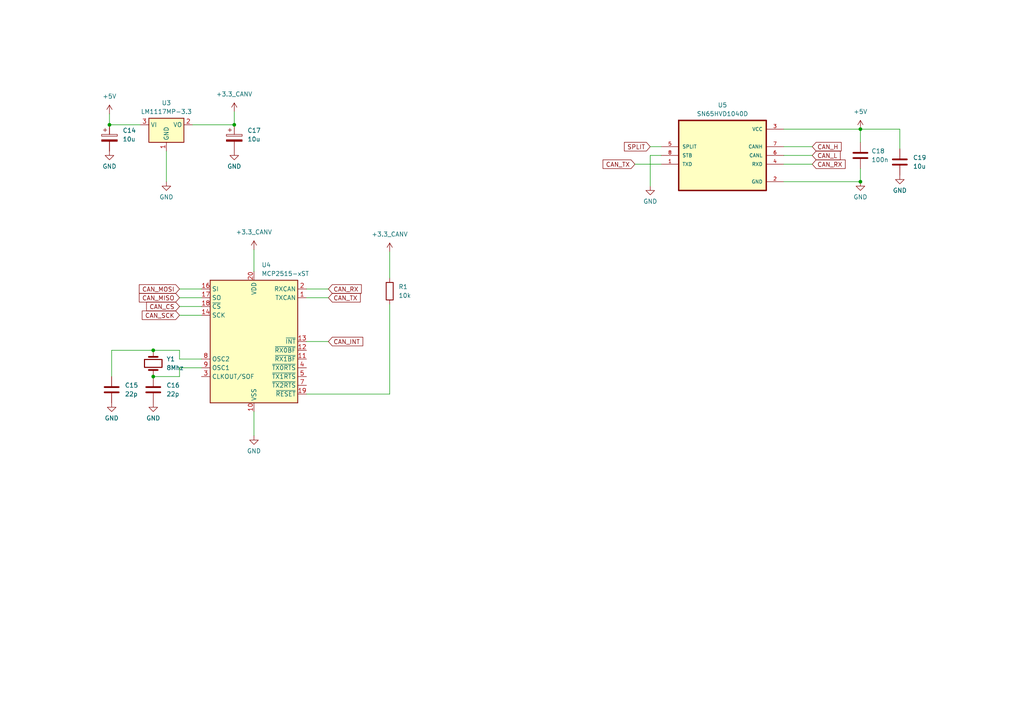
<source format=kicad_sch>
(kicad_sch (version 20231120) (generator "eeschema") (generator_version "8.0")
  (paper "A4")
  (lib_symbols
    (symbol "Device:C" (pin_numbers hide) (pin_names (offset 0.254))
      (property "Reference" "C" (at 0.635 2.54 0))
      (property "Value" "C" (at 0.635 -2.54 0))
      (symbol "C_0_1"
        (polyline (pts (xy -2.032 -0.762) (xy 2.032 -0.762)) (stroke (width 0.508)))
        (polyline (pts (xy -2.032 0.762) (xy 2.032 0.762)) (stroke (width 0.508)))
      )
      (symbol "C_1_1"
        (pin passive line (at 0 3.81 270) (length 2.794) (name "~") (number "1"))
        (pin passive line (at 0 -3.81 90) (length 2.794) (name "~") (number "2"))
      )
    )
    (symbol "Device:C_Polarized" (pin_numbers hide) (pin_names (offset 0.254))
      (property "Reference" "C" (at 0.635 2.54 0))
      (property "Value" "C_Polarized" (at 0.635 -2.54 0))
      (symbol "C_Polarized_0_1"
        (rectangle (start -2.286 0.508) (end 2.286 1.016))
        (polyline (pts (xy -1.778 2.286) (xy -0.762 2.286)))
        (polyline (pts (xy -1.27 2.794) (xy -1.27 1.778)))
        (rectangle (start 2.286 -0.508) (end -2.286 -1.016) (fill (type outline)))
      )
      (symbol "C_Polarized_1_1"
        (pin passive line (at 0 3.81 270) (length 2.794) (name "~") (number "1"))
        (pin passive line (at 0 -3.81 90) (length 2.794) (name "~") (number "2"))
      )
    )
    (symbol "Device:Crystal" (pin_numbers hide) (pin_names (offset 1.016) hide)
      (property "Reference" "Y" (at 0 3.81 0))
      (property "Value" "Crystal" (at 0 -3.81 0))
      (symbol "Crystal_0_1"
        (rectangle (start -1.143 2.54) (end 1.143 -2.54) (stroke (width 0.3048)))
        (polyline (pts (xy -2.54 0) (xy -1.905 0)))
        (polyline (pts (xy -1.905 -1.27) (xy -1.905 1.27)) (stroke (width 0.508)))
        (polyline (pts (xy 1.905 -1.27) (xy 1.905 1.27)) (stroke (width 0.508)))
        (polyline (pts (xy 2.54 0) (xy 1.905 0)))
      )
      (symbol "Crystal_1_1"
        (pin passive line (at -3.81 0 0) (length 1.27) (name "1") (number "1"))
        (pin passive line (at 3.81 0 180) (length 1.27) (name "2") (number "2"))
      )
    )
    (symbol "Device:R" (pin_numbers hide) (pin_names (offset 0))
      (property "Reference" "R" (at 2.032 0 90))
      (property "Value" "R" (at 0 0 90))
      (symbol "R_0_1"
        (rectangle (start -1.016 -2.54) (end 1.016 2.54) (stroke (width 0.254)))
      )
      (symbol "R_1_1"
        (pin passive line (at 0 3.81 270) (length 1.27) (name "~") (number "1"))
        (pin passive line (at 0 -3.81 90) (length 1.27) (name "~") (number "2"))
      )
    )
    (symbol "Interface_CAN_LIN:MCP2515-xST"
      (property "Reference" "U" (at -10.16 19.685 0))
      (property "Value" "MCP2515-xST" (at 19.05 20.32 0))
      (symbol "MCP2515-xST_0_1"
        (rectangle (start -12.7 17.78) (end 12.7 -17.78) (stroke (width 0.254)) (fill (type background)))
      )
      (symbol "MCP2515-xST_1_1"
        (pin output line (at 15.24 12.7 180) (length 2.54) (name "TXCAN") (number "1"))
        (pin power_in line (at 0 -20.32 90) (length 2.54) (name "VSS") (number "10"))
        (pin output line (at 15.24 -5.08 180) (length 2.54) (name "~{RX1BF}") (number "11"))
        (pin output line (at 15.24 -2.54 180) (length 2.54) (name "~{RX0BF}") (number "12"))
        (pin output line (at 15.24 0 180) (length 2.54) (name "~{INT}") (number "13"))
        (pin input line (at -15.24 7.62 0) (length 2.54) (name "SCK") (number "14"))
        (pin no_connect line (at -12.7 -2.54 0) (length 2.54) hide (name "NC") (number "15"))
        (pin input line (at -15.24 15.24 0) (length 2.54) (name "SI") (number "16"))
        (pin output line (at -15.24 12.7 0) (length 2.54) (name "SO") (number "17"))
        (pin input line (at -15.24 10.16 0) (length 2.54) (name "~{CS}") (number "18"))
        (pin input line (at 15.24 -15.24 180) (length 2.54) (name "~{RESET}") (number "19"))
        (pin input line (at 15.24 15.24 180) (length 2.54) (name "RXCAN") (number "2"))
        (pin power_in line (at 0 20.32 270) (length 2.54) (name "VDD") (number "20"))
        (pin output line (at -15.24 -10.16 0) (length 2.54) (name "CLKOUT/SOF") (number "3"))
        (pin input line (at 15.24 -7.62 180) (length 2.54) (name "~{TX0RTS}") (number "4"))
        (pin input line (at 15.24 -10.16 180) (length 2.54) (name "~{TX1RTS}") (number "5"))
        (pin no_connect line (at -12.7 0 0) (length 2.54) hide (name "NC") (number "6"))
        (pin input line (at 15.24 -12.7 180) (length 2.54) (name "~{TX2RTS}") (number "7"))
        (pin output line (at -15.24 -5.08 0) (length 2.54) (name "OSC2") (number "8"))
        (pin input line (at -15.24 -7.62 0) (length 2.54) (name "OSC1") (number "9"))
      )
    )
    (symbol "Regulator_Linear:LM1117MP-3.3"
      (property "Reference" "U" (at -3.81 3.175 0))
      (property "Value" "LM1117MP-3.3" (at 0 3.175 0))
      (symbol "LM1117MP-3.3_0_1"
        (rectangle (start -5.08 -5.08) (end 5.08 1.905) (stroke (width 0.254)) (fill (type background)))
      )
      (symbol "LM1117MP-3.3_1_1"
        (pin power_in line (at 0 -7.62 90) (length 2.54) (name "GND") (number "1"))
        (pin power_out line (at 7.62 0 180) (length 2.54) (name "VO") (number "2"))
        (pin power_in line (at -7.62 0 0) (length 2.54) (name "VI") (number "3"))
      )
    )
    (symbol "SN65HVD1040D:SN65HVD1040D" (pin_names (offset 1.016))
      (property "Reference" "U" (at -12.7 11.16 0))
      (property "Value" "SN65HVD1040D" (at -12.7 -14.16 0))
      (symbol "SN65HVD1040D_0_0"
        (rectangle (start -12.7 -10.16) (end 12.7 10.16) (stroke (width 0.41)) (fill (type background)))
        (pin input line (at -17.78 -2.54 0) (length 5.08) (name "TXD") (number "1"))
        (pin power_in line (at 17.78 -7.62 180) (length 5.08) (name "GND") (number "2"))
        (pin power_in line (at 17.78 7.62 180) (length 5.08) (name "VCC") (number "3"))
        (pin output line (at 17.78 -2.54 180) (length 5.08) (name "RXD") (number "4"))
        (pin input line (at -17.78 2.54 0) (length 5.08) (name "SPLIT") (number "5"))
        (pin output line (at 17.78 0 180) (length 5.08) (name "CANL") (number "6"))
        (pin output line (at 17.78 2.54 180) (length 5.08) (name "CANH") (number "7"))
        (pin input line (at -17.78 0 0) (length 5.08) (name "STB") (number "8"))
      )
    )
    (symbol "power:+3.3V" (power) (pin_names (offset 0))
      (property "Value" "+3.3V" (at 0 3.556 0))
      (symbol "+3.3V_0_1"
        (polyline (pts (xy -0.762 1.27) (xy 0 2.54)))
        (polyline (pts (xy 0 0) (xy 0 2.54)))
        (polyline (pts (xy 0 2.54) (xy 0.762 1.27)))
      )
      (symbol "+3.3V_1_1"
        (pin power_in line (at 0 0 90) (length 0) hide (name "+3.3V") (number "1"))
      )
    )
    (symbol "power:GND" (power) (pin_names (offset 0))
      (property "Value" "GND" (at 0 -3.81 0))
      (symbol "GND_0_1"
        (polyline (pts (xy 0 0) (xy 0 -1.27) (xy 1.27 -1.27) (xy 0 -2.54) (xy -1.27 -1.27) (xy 0 -1.27)))
      )
      (symbol "GND_1_1"
        (pin power_in line (at 0 0 270) (length 0) hide (name "GND") (number "1"))
      )
    )
  )
  (junction (at 44.45 109.22))
  (junction (at 249.555 52.705))
  (junction (at 67.945 36.195))
  (junction (at 31.75 36.195))
  (junction (at 44.45 101.6))
  (junction (at 249.555 37.465))
  (wire (pts (xy 260.985 43.18) (xy 260.985 37.465)))
  (wire (pts (xy 52.07 91.44) (xy 58.42 91.44)))
  (wire (pts (xy 113.03 73.025) (xy 113.03 80.645)))
  (wire (pts (xy 44.45 109.22) (xy 52.07 109.22)))
  (wire (pts (xy 188.595 45.085) (xy 188.595 53.975)))
  (wire (pts (xy 227.33 52.705) (xy 249.555 52.705)))
  (wire (pts (xy 188.595 42.545) (xy 191.77 42.545)))
  (wire (pts (xy 52.07 88.9) (xy 58.42 88.9)))
  (wire (pts (xy 227.33 37.465) (xy 249.555 37.465)))
  (wire (pts (xy 73.66 119.38) (xy 73.66 126.365)))
  (wire (pts (xy 44.45 101.6) (xy 52.07 101.6)))
  (wire (pts (xy 52.07 86.36) (xy 58.42 86.36)))
  (wire (pts (xy 88.9 114.3) (xy 113.03 114.3)))
  (wire (pts (xy 260.985 37.465) (xy 249.555 37.465)))
  (wire (pts (xy 31.75 33.02) (xy 31.75 36.195)))
  (wire (pts (xy 227.33 45.085) (xy 235.585 45.085)))
  (wire (pts (xy 52.07 104.14) (xy 52.07 101.6)))
  (wire (pts (xy 184.15 47.625) (xy 191.77 47.625)))
  (wire (pts (xy 227.33 42.545) (xy 235.585 42.545)))
  (wire (pts (xy 88.9 99.06) (xy 95.25 99.06)))
  (wire (pts (xy 52.07 106.68) (xy 58.42 106.68)))
  (wire (pts (xy 55.88 36.195) (xy 67.945 36.195)))
  (wire (pts (xy 249.555 37.465) (xy 249.555 41.275)))
  (wire (pts (xy 52.07 109.22) (xy 52.07 106.68)))
  (wire (pts (xy 32.385 109.22) (xy 32.385 101.6)))
  (wire (pts (xy 73.66 72.39) (xy 73.66 78.74)))
  (wire (pts (xy 191.77 45.085) (xy 188.595 45.085)))
  (wire (pts (xy 249.555 52.705) (xy 249.555 48.895)))
  (wire (pts (xy 113.03 114.3) (xy 113.03 88.265)))
  (wire (pts (xy 48.26 43.815) (xy 48.26 52.705)))
  (wire (pts (xy 58.42 104.14) (xy 52.07 104.14)))
  (wire (pts (xy 88.9 86.36) (xy 95.25 86.36)))
  (wire (pts (xy 32.385 101.6) (xy 44.45 101.6)))
  (wire (pts (xy 31.75 36.195) (xy 40.64 36.195)))
  (wire (pts (xy 227.33 47.625) (xy 235.585 47.625)))
  (wire (pts (xy 52.07 83.82) (xy 58.42 83.82)))
  (wire (pts (xy 88.9 83.82) (xy 95.25 83.82)))
  (wire (pts (xy 67.945 36.195) (xy 67.945 32.385)))
  (global_label "CAN_INT" (shape input) (at 95.25 99.06 0) (property "Intersheetrefs" "${INTERSHEET_REFS}" (effects (hide yes))))
  (global_label "CAN_RX" (shape input) (at 95.25 83.82 0) (property "Intersheetrefs" "${INTERSHEET_REFS}" (effects (hide yes))))
  (global_label "CAN_TX" (shape input) (at 184.15 47.625 180) (property "Intersheetrefs" "${INTERSHEET_REFS}" (effects (hide yes))))
  (global_label "CAN_CS" (shape input) (at 52.07 88.9 180) (property "Intersheetrefs" "${INTERSHEET_REFS}" (effects (hide yes))))
  (global_label "CAN_SCK" (shape input) (at 52.07 91.44 180) (property "Intersheetrefs" "${INTERSHEET_REFS}" (effects (hide yes))))
  (global_label "CAN_RX" (shape input) (at 235.585 47.625 0) (property "Intersheetrefs" "${INTERSHEET_REFS}" (effects (hide yes))))
  (global_label "CAN_L" (shape input) (at 235.585 45.085 0) (property "Intersheetrefs" "${INTERSHEET_REFS}" (effects (hide yes))))
  (global_label "CAN_H" (shape input) (at 235.585 42.545 0) (property "Intersheetrefs" "${INTERSHEET_REFS}" (effects (hide yes))))
  (global_label "CAN_MOSI" (shape input) (at 52.07 83.82 180) (property "Intersheetrefs" "${INTERSHEET_REFS}" (effects (hide yes))))
  (global_label "CAN_MISO" (shape input) (at 52.07 86.36 180) (property "Intersheetrefs" "${INTERSHEET_REFS}" (effects (hide yes))))
  (global_label "SPLIT" (shape input) (at 188.595 42.545 180) (property "Intersheetrefs" "${INTERSHEET_REFS}" (effects (hide yes))))
  (global_label "CAN_TX" (shape input) (at 95.25 86.36 0) (property "Intersheetrefs" "${INTERSHEET_REFS}" (effects (hide yes))))
  (symbol (lib_id "Regulator_Linear:LM1117MP-3.3") (at 48.26 36.195 0) (unit 1)
    (property "Reference" "U3" (at 48.26 29.845 0))
    (property "Value" "LM1117MP-3.3" (at 48.26 32.385 0))
    (property "Footprint" "Package_TO_SOT_SMD:SOT-223" (effects (hide yes)))
    (property "Datasheet" "http://www.ti.com/lit/ds/symlink/lm1117.pdf" (effects (hide yes)))
    (property "Description" "800mA Low-Dropout Linear Regulator, 3.3V fixed output, SOT-223" (effects (hide yes)))
  )
  (symbol (lib_id "Device:C") (at 260.985 46.99 0) (unit 1)
    (property "Reference" "C19" (at 264.795 45.7199 0) (effects (justify left)))
    (property "Value" "10u" (at 264.795 48.2599 0) (effects (justify left)))
    (property "Footprint" "Capacitor_SMD:C_0805_2012Metric_Pad1.18x1.45mm_HandSolder" (effects (hide yes)))
    (property "Description" "Unpolarized capacitor" (effects (hide yes)))
  )
  (symbol (lib_id "Device:C") (at 249.555 45.085 0) (unit 1)
    (property "Reference" "C18" (at 252.73 43.8149 0) (effects (justify left)))
    (property "Value" "100n" (at 252.73 46.3549 0) (effects (justify left)))
    (property "Footprint" "Capacitor_SMD:C_0603_1608Metric_Pad1.08x0.95mm_HandSolder" (effects (hide yes)))
    (property "Description" "Unpolarized capacitor" (effects (hide yes)))
  )
  (symbol (lib_id "power:GND") (at 44.45 116.84 0) (unit 1)
    (property "Reference" "#PWR031" (effects (hide yes)))
    (property "Value" "GND" (at 44.45 121.285 0))
    (property "Description" "Power symbol creates a global label with name \"GND\" , ground" (effects (hide yes)))
  )
  (symbol (lib_id "power:GND") (at 260.985 50.8 0) (unit 1)
    (property "Reference" "#PWR043" (effects (hide yes)))
    (property "Value" "GND" (at 260.985 55.245 0))
    (property "Description" "Power symbol creates a global label with name \"GND\" , ground" (effects (hide yes)))
  )
  (symbol (lib_id "power:GND") (at 67.945 43.815 0) (unit 1)
    (property "Reference" "#PWR034" (effects (hide yes)))
    (property "Value" "GND" (at 67.945 48.26 0))
    (property "Description" "Power symbol creates a global label with name \"GND\" , ground" (effects (hide yes)))
  )
  (symbol (lib_id "Device:C_Polarized") (at 67.945 40.005 0) (unit 1)
    (property "Reference" "C17" (at 71.755 37.8459 0) (effects (justify left)))
    (property "Value" "10u" (at 71.755 40.3859 0) (effects (justify left)))
    (property "Footprint" "Capacitor_Tantalum_SMD:CP_EIA-3528-21_Kemet-B_Pad1.50x2.35mm_HandSolder" (effects (hide yes)))
    (property "Description" "Polarized capacitor" (effects (hide yes)))
  )
  (symbol (lib_id "power:GND") (at 48.26 52.705 0) (unit 1)
    (property "Reference" "#PWR032" (effects (hide yes)))
    (property "Value" "GND" (at 48.26 57.15 0))
    (property "Description" "Power symbol creates a global label with name \"GND\" , ground" (effects (hide yes)))
  )
  (symbol (lib_id "power:+3.3V") (at 249.555 37.465 0) (unit 1)
    (property "Reference" "#PWR041" (effects (hide yes)))
    (property "Value" "+5V" (at 249.555 32.385 0))
  )
  (symbol (lib_id "power:+3.3V") (at 113.03 73.025 0) (unit 1)
    (property "Reference" "#PWR037" (effects (hide yes)))
    (property "Value" "+3.3_CANV" (at 113.03 67.945 0))
  )
  (symbol (lib_id "power:GND") (at 32.385 116.84 0) (unit 1)
    (property "Reference" "#PWR030" (effects (hide yes)))
    (property "Value" "GND" (at 32.385 121.285 0))
    (property "Description" "Power symbol creates a global label with name \"GND\" , ground" (effects (hide yes)))
  )
  (symbol (lib_id "power:GND") (at 249.555 52.705 0) (unit 1)
    (property "Reference" "#PWR042" (effects (hide yes)))
    (property "Value" "GND" (at 249.555 57.15 0))
    (property "Description" "Power symbol creates a global label with name \"GND\" , ground" (effects (hide yes)))
  )
  (symbol (lib_id "power:GND") (at 73.66 126.365 0) (unit 1)
    (property "Reference" "#PWR036" (effects (hide yes)))
    (property "Value" "GND" (at 73.66 130.81 0))
    (property "Description" "Power symbol creates a global label with name \"GND\" , ground" (effects (hide yes)))
  )
  (symbol (lib_id "Device:C") (at 32.385 113.03 0) (unit 1)
    (property "Reference" "C15" (at 36.195 111.7599 0) (effects (justify left)))
    (property "Value" "22p" (at 36.195 114.2999 0) (effects (justify left)))
    (property "Footprint" "Capacitor_SMD:C_0603_1608Metric_Pad1.08x0.95mm_HandSolder" (effects (hide yes)))
    (property "Description" "Unpolarized capacitor" (effects (hide yes)))
  )
  (symbol (lib_id "power:+3.3V") (at 67.945 32.385 0) (unit 1)
    (property "Reference" "#PWR033" (effects (hide yes)))
    (property "Value" "+3.3_CANV" (at 67.945 27.305 0))
  )
  (symbol (lib_id "Device:R") (at 113.03 84.455 0) (unit 1)
    (property "Reference" "R1" (at 115.57 83.1849 0) (effects (justify left)))
    (property "Value" "10k" (at 115.57 85.7249 0) (effects (justify left)))
    (property "Footprint" "Resistor_SMD:R_0603_1608Metric_Pad0.98x0.95mm_HandSolder" (effects (hide yes)))
    (property "Description" "Resistor" (effects (hide yes)))
  )
  (symbol (lib_id "Device:C_Polarized") (at 31.75 40.005 0) (unit 1)
    (property "Reference" "C14" (at 35.56 37.8459 0) (effects (justify left)))
    (property "Value" "10u" (at 35.56 40.3859 0) (effects (justify left)))
    (property "Footprint" "Capacitor_Tantalum_SMD:CP_EIA-3528-21_Kemet-B_Pad1.50x2.35mm_HandSolder" (effects (hide yes)))
    (property "Description" "Polarized capacitor" (effects (hide yes)))
  )
  (symbol (lib_id "power:GND") (at 31.75 43.815 0) (unit 1)
    (property "Reference" "#PWR029" (effects (hide yes)))
    (property "Value" "GND" (at 31.75 48.26 0))
    (property "Description" "Power symbol creates a global label with name \"GND\" , ground" (effects (hide yes)))
  )
  (symbol (lib_id "Device:C") (at 44.45 113.03 0) (unit 1)
    (property "Reference" "C16" (at 48.26 111.7599 0) (effects (justify left)))
    (property "Value" "22p" (at 48.26 114.2999 0) (effects (justify left)))
    (property "Footprint" "Capacitor_SMD:C_0603_1608Metric_Pad1.08x0.95mm_HandSolder" (effects (hide yes)))
    (property "Description" "Unpolarized capacitor" (effects (hide yes)))
  )
  (symbol (lib_id "power:GND") (at 188.595 53.975 0) (unit 1)
    (property "Reference" "#PWR040" (effects (hide yes)))
    (property "Value" "GND" (at 188.595 58.42 0))
    (property "Description" "Power symbol creates a global label with name \"GND\" , ground" (effects (hide yes)))
  )
  (symbol (lib_id "Device:Crystal") (at 44.45 105.41 90) (unit 1)
    (property "Reference" "Y1" (at 48.26 104.1399 90) (effects (justify right)))
    (property "Value" "8Mhz" (at 48.26 106.6799 90) (effects (justify right)))
    (property "Footprint" "Crystal:Crystal_HC49-U_Vertical" (effects (hide yes)))
    (property "Description" "Two pin crystal" (effects (hide yes)))
  )
  (symbol (lib_id "SN65HVD1040D:SN65HVD1040D") (at 209.55 45.085 0) (unit 1)
    (property "Reference" "U5" (at 209.55 30.48 0))
    (property "Value" "SN65HVD1040D" (at 209.55 33.02 0))
    (property "Footprint" "SN65HVD1040D:SOIC127P599X175-8N" (effects (hide yes)))
    (property "MF" "Texas Instruments" (effects (hide yes)))
    (property "Description_1" "\nIndustrial CAN Transceiver with Ultra Low Power Standby Mode with Bus Wake-up\n" (effects (hide yes)))
    (property "Package" "SOIC-8 Texas Instruments" (effects (hide yes)))
    (property "Price" "None" (effects (hide yes)))
    (property "SnapEDA_Link" "https://www.snapeda.com/parts/SN65HVD1040D/Texas+Instruments/view-part/?ref=snap" (effects (hide yes)))
    (property "MP" "SN65HVD1040D" (effects (hide yes)))
    (property "Purchase-URL" "https://www.snapeda.com/api/url_track_click_mouser/?unipart_id=232743&manufacturer=Texas Instruments&part_name=SN65HVD1040D&search_term=sn65hvd1040" (effects (hide yes)))
    (property "Availability" "In Stock" (effects (hide yes)))
    (property "Check_prices" "https://www.snapeda.com/parts/SN65HVD1040D/Texas+Instruments/view-part/?ref=eda" (effects (hide yes)))
  )
  (symbol (lib_id "power:+3.3V") (at 31.75 33.02 0) (unit 1)
    (property "Reference" "#PWR028" (effects (hide yes)))
    (property "Value" "+5V" (at 31.75 27.94 0))
  )
  (symbol (lib_id "Interface_CAN_LIN:MCP2515-xST") (at 73.66 99.06 0) (unit 1)
    (property "Reference" "U4" (at 75.8541 76.835 0) (effects (justify left)))
    (property "Value" "MCP2515-xST" (at 75.8541 79.375 0) (effects (justify left)))
    (property "Footprint" "Package_SO:TSSOP-20_4.4x6.5mm_P0.65mm" (effects (hide yes)))
    (property "Datasheet" "http://ww1.microchip.com/downloads/en/DeviceDoc/21801e.pdf" (effects (hide yes)))
    (property "Description" "Stand-Alone CAN Controller with SPI Interface, TSSOP-20" (effects (hide yes)))
  )
  (symbol (lib_id "power:+3.3V") (at 73.66 72.39 0) (unit 1)
    (property "Reference" "#PWR035" (effects (hide yes)))
    (property "Value" "+3.3_CANV" (at 73.66 67.31 0))
  )
)
</source>
